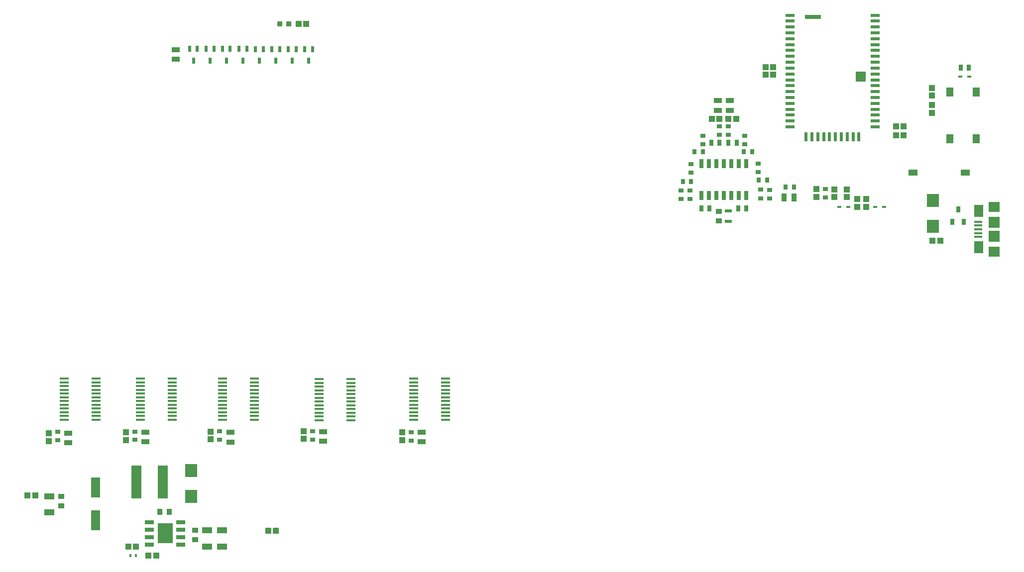
<source format=gbr>
%TF.GenerationSoftware,KiCad,Pcbnew,8.0.8*%
%TF.CreationDate,2025-05-17T22:16:50-04:00*%
%TF.ProjectId,control board,636f6e74-726f-46c2-9062-6f6172642e6b,rev?*%
%TF.SameCoordinates,Original*%
%TF.FileFunction,Paste,Top*%
%TF.FilePolarity,Positive*%
%FSLAX46Y46*%
G04 Gerber Fmt 4.6, Leading zero omitted, Abs format (unit mm)*
G04 Created by KiCad (PCBNEW 8.0.8) date 2025-05-17 22:16:50*
%MOMM*%
%LPD*%
G01*
G04 APERTURE LIST*
%ADD10R,0.900000X0.650000*%
%ADD11R,1.000000X1.100000*%
%ADD12R,0.640000X0.420000*%
%ADD13R,1.470000X0.970000*%
%ADD14R,0.940000X0.750000*%
%ADD15R,1.100000X1.000000*%
%ADD16R,0.650000X0.900000*%
%ADD17R,1.500000X1.100000*%
%ADD18R,1.500000X0.435000*%
%ADD19R,0.780000X0.980000*%
%ADD20R,1.650000X0.700000*%
%ADD21R,2.600000X3.500000*%
%ADD22R,1.600000X3.500000*%
%ADD23R,0.750000X0.940000*%
%ADD24R,0.500000X1.000000*%
%ADD25R,0.450000X0.600000*%
%ADD26R,2.150000X2.200000*%
%ADD27R,0.650000X1.100000*%
%ADD28R,1.500000X0.600000*%
%ADD29R,0.600000X1.500000*%
%ADD30R,2.790000X0.760000*%
%ADD31R,1.780000X1.780000*%
%ADD32R,1.000000X0.950000*%
%ADD33R,0.950000X1.000000*%
%ADD34R,1.820000X1.070000*%
%ADD35R,1.300000X1.550000*%
%ADD36R,0.650000X1.525000*%
%ADD37R,1.700000X5.700000*%
%ADD38R,1.350000X0.400000*%
%ADD39R,1.600000X2.100000*%
%ADD40R,1.900000X1.800000*%
%ADD41R,1.900000X1.900000*%
%ADD42R,1.250000X0.600000*%
%ADD43R,2.150000X2.250000*%
%ADD44R,0.970000X1.470000*%
%ADD45R,0.950000X0.950000*%
G04 APERTURE END LIST*
D10*
%TO.C,R70*%
X517271400Y-226122500D03*
X517271400Y-227572500D03*
%TD*%
D11*
%TO.C,R29*%
X424130200Y-273026600D03*
X424130200Y-271726600D03*
%TD*%
D10*
%TO.C,R69*%
X505841400Y-226166500D03*
X505841400Y-227616500D03*
%TD*%
D12*
%TO.C,D16*%
X537139400Y-233464300D03*
X538639400Y-233464300D03*
%TD*%
D13*
%TO.C,C68*%
X512445400Y-217053500D03*
X512445400Y-215393500D03*
%TD*%
D14*
%TO.C,C27*%
X458234200Y-273268600D03*
X458234200Y-271868600D03*
%TD*%
D15*
%TO.C,R64*%
X518516000Y-210998000D03*
X519816000Y-210998000D03*
%TD*%
D16*
%TO.C,R68*%
X516255400Y-224053500D03*
X514805400Y-224053500D03*
%TD*%
D15*
%TO.C,R3*%
X411417000Y-291285900D03*
X410117000Y-291285900D03*
%TD*%
D17*
%TO.C,S3*%
X552499400Y-227622300D03*
X543599400Y-227622300D03*
%TD*%
D14*
%TO.C,C40*%
X411244200Y-273138600D03*
X411244200Y-271738600D03*
%TD*%
D13*
%TO.C,C44*%
X418187000Y-208348800D03*
X418187000Y-206688800D03*
%TD*%
D18*
%TO.C,IC13*%
X447980200Y-269772600D03*
X447980200Y-269138600D03*
X447980200Y-268502600D03*
X447980200Y-267868600D03*
X447980200Y-267232600D03*
X447980200Y-266598600D03*
X447980200Y-265962600D03*
X447980200Y-265328600D03*
X447980200Y-264692600D03*
X447980200Y-264058600D03*
X447980200Y-263422600D03*
X447980200Y-262788600D03*
X442580200Y-262788600D03*
X442580200Y-263422600D03*
X442580200Y-264058600D03*
X442580200Y-264692600D03*
X442580200Y-265328600D03*
X442580200Y-265962600D03*
X442580200Y-266598600D03*
X442580200Y-267232600D03*
X442580200Y-267868600D03*
X442580200Y-268502600D03*
X442580200Y-269138600D03*
X442580200Y-269772600D03*
%TD*%
D19*
%TO.C,C76*%
X515239400Y-233749500D03*
X513839400Y-233749500D03*
%TD*%
D13*
%TO.C,C67*%
X510413400Y-217053500D03*
X510413400Y-215393500D03*
%TD*%
D15*
%TO.C,R31*%
X439049800Y-202336600D03*
X440349800Y-202336600D03*
%TD*%
D10*
%TO.C,R65*%
X507873400Y-222790500D03*
X507873400Y-221340500D03*
%TD*%
D20*
%TO.C,IC1*%
X413687000Y-287159900D03*
X413687000Y-288429900D03*
X413687000Y-289699900D03*
X413687000Y-290969900D03*
X419037000Y-290969900D03*
X419037000Y-289699900D03*
X419037000Y-288429900D03*
X419037000Y-287159900D03*
D21*
X416362000Y-289064900D03*
%TD*%
D22*
%TO.C,C7*%
X404559000Y-281228900D03*
X404559000Y-286828900D03*
%TD*%
D13*
%TO.C,C42*%
X427500200Y-273528600D03*
X427500200Y-271868600D03*
%TD*%
D15*
%TO.C,R2*%
X414861000Y-292809900D03*
X413561000Y-292809900D03*
%TD*%
D10*
%TO.C,R71*%
X504114200Y-230721100D03*
X504114200Y-232171100D03*
%TD*%
D11*
%TO.C,R73*%
X532301400Y-230528300D03*
X532301400Y-231828300D03*
%TD*%
D23*
%TO.C,C74*%
X517333400Y-228923500D03*
X518733400Y-228923500D03*
%TD*%
D18*
%TO.C,IC16*%
X417594200Y-269708600D03*
X417594200Y-269074600D03*
X417594200Y-268438600D03*
X417594200Y-267804600D03*
X417594200Y-267168600D03*
X417594200Y-266534600D03*
X417594200Y-265898600D03*
X417594200Y-265264600D03*
X417594200Y-264628600D03*
X417594200Y-263994600D03*
X417594200Y-263358600D03*
X417594200Y-262724600D03*
X412194200Y-262724600D03*
X412194200Y-263358600D03*
X412194200Y-263994600D03*
X412194200Y-264628600D03*
X412194200Y-265264600D03*
X412194200Y-265898600D03*
X412194200Y-266534600D03*
X412194200Y-267168600D03*
X412194200Y-267804600D03*
X412194200Y-268438600D03*
X412194200Y-269074600D03*
X412194200Y-269708600D03*
%TD*%
D24*
%TO.C,Q11*%
X438649000Y-206618800D03*
X437349000Y-206618800D03*
X437999000Y-208618800D03*
%TD*%
D15*
%TO.C,R63*%
X518516000Y-209728000D03*
X519816000Y-209728000D03*
%TD*%
D25*
%TO.C,C6*%
X411417000Y-292809900D03*
X410467000Y-292809900D03*
%TD*%
D24*
%TO.C,Q8*%
X430267000Y-206586800D03*
X428967000Y-206586800D03*
X429617000Y-208586800D03*
%TD*%
D26*
%TO.C,D1*%
X420815000Y-282755900D03*
X420815000Y-278355900D03*
%TD*%
D19*
%TO.C,C70*%
X513591400Y-222573500D03*
X512191400Y-222573500D03*
%TD*%
D15*
%TO.C,R80*%
X546887800Y-239255500D03*
X548187800Y-239255500D03*
%TD*%
D27*
%TO.C,D15*%
X550272400Y-236004300D03*
X552192400Y-236004300D03*
X551232400Y-233904300D03*
%TD*%
D24*
%TO.C,Q6*%
X424679000Y-206586800D03*
X423379000Y-206586800D03*
X424029000Y-208586800D03*
%TD*%
D28*
%TO.C,IC21*%
X522621500Y-200854000D03*
X522621500Y-201854000D03*
X522621500Y-202854000D03*
X522621500Y-203854000D03*
X522621500Y-204854000D03*
X522621500Y-205854000D03*
X522621500Y-206854000D03*
X522621500Y-207854000D03*
X522621500Y-208854000D03*
X522621500Y-209854000D03*
X522621500Y-210854000D03*
X522621500Y-211854000D03*
X522621500Y-212854000D03*
X522621500Y-213854000D03*
X522621500Y-214854000D03*
X522621500Y-215854000D03*
X522621500Y-216854000D03*
X522621500Y-217854000D03*
X522621500Y-218854000D03*
X522621500Y-219854000D03*
D29*
X525371500Y-221504000D03*
X526371500Y-221504000D03*
X527371500Y-221504000D03*
X528371500Y-221504000D03*
X529371500Y-221504000D03*
X530371500Y-221504000D03*
X531371500Y-221504000D03*
X532371500Y-221504000D03*
X533371500Y-221504000D03*
X534371500Y-221504000D03*
D28*
X537121500Y-219854000D03*
X537121500Y-218854000D03*
X537121500Y-217854000D03*
X537121500Y-216854000D03*
X537121500Y-215854000D03*
X537121500Y-214854000D03*
X537121500Y-213854000D03*
X537121500Y-212854000D03*
X537121500Y-211854000D03*
X537121500Y-210854000D03*
X537121500Y-209854000D03*
X537121500Y-208854000D03*
X537121500Y-207854000D03*
X537121500Y-206854000D03*
X537121500Y-205854000D03*
X537121500Y-204854000D03*
X537121500Y-203854000D03*
X537121500Y-202854000D03*
X537121500Y-201854000D03*
X537121500Y-200854000D03*
D30*
X526581500Y-201174000D03*
D31*
X534641500Y-211284000D03*
%TD*%
D32*
%TO.C,C4*%
X421442000Y-288518900D03*
X421442000Y-290118900D03*
%TD*%
D24*
%TO.C,Q5*%
X421855000Y-206586800D03*
X420555000Y-206586800D03*
X421205000Y-208586800D03*
%TD*%
D11*
%TO.C,R26*%
X396562200Y-273333600D03*
X396562200Y-272033600D03*
%TD*%
D19*
%TO.C,C71*%
X509267400Y-222573500D03*
X510667400Y-222573500D03*
%TD*%
D14*
%TO.C,C41*%
X425654200Y-273076600D03*
X425654200Y-271676600D03*
%TD*%
D19*
%TO.C,C69*%
X553067400Y-209812300D03*
X551667400Y-209812300D03*
%TD*%
D11*
%TO.C,R60*%
X546779400Y-213226300D03*
X546779400Y-214526300D03*
%TD*%
D33*
%TO.C,C5*%
X417043000Y-285381900D03*
X415443000Y-285381900D03*
%TD*%
D14*
%TO.C,C72*%
X528650600Y-231878300D03*
X528650600Y-230478300D03*
%TD*%
D15*
%TO.C,R55*%
X510667400Y-218509500D03*
X509367400Y-218509500D03*
%TD*%
D11*
%TO.C,R27*%
X439946200Y-272964600D03*
X439946200Y-271664600D03*
%TD*%
%TO.C,R59*%
X546779400Y-216162300D03*
X546779400Y-217462300D03*
%TD*%
D15*
%TO.C,R76*%
X540685600Y-221272300D03*
X541985600Y-221272300D03*
%TD*%
D24*
%TO.C,Q7*%
X427443000Y-206586800D03*
X426143000Y-206586800D03*
X426793000Y-208586800D03*
%TD*%
D18*
%TO.C,IC12*%
X464076200Y-269708600D03*
X464076200Y-269074600D03*
X464076200Y-268438600D03*
X464076200Y-267804600D03*
X464076200Y-267168600D03*
X464076200Y-266534600D03*
X464076200Y-265898600D03*
X464076200Y-265264600D03*
X464076200Y-264628600D03*
X464076200Y-263994600D03*
X464076200Y-263358600D03*
X464076200Y-262724600D03*
X458676200Y-262724600D03*
X458676200Y-263358600D03*
X458676200Y-263994600D03*
X458676200Y-264628600D03*
X458676200Y-265264600D03*
X458676200Y-265898600D03*
X458676200Y-266534600D03*
X458676200Y-267168600D03*
X458676200Y-267804600D03*
X458676200Y-268438600D03*
X458676200Y-269074600D03*
X458676200Y-269708600D03*
%TD*%
D34*
%TO.C,C3*%
X423474000Y-288556900D03*
X423474000Y-291316900D03*
%TD*%
D11*
%TO.C,R28*%
X409720200Y-273168600D03*
X409720200Y-271868600D03*
%TD*%
D32*
%TO.C,C77*%
X510515000Y-234253500D03*
X510515000Y-235853500D03*
%TD*%
D11*
%TO.C,R61*%
X527177400Y-231777500D03*
X527177400Y-230477500D03*
%TD*%
D35*
%TO.C,S4*%
X549863400Y-221915300D03*
X554363400Y-221915300D03*
X549863400Y-213965300D03*
X554363400Y-213965300D03*
%TD*%
D19*
%TO.C,C75*%
X507579800Y-233749500D03*
X508979800Y-233749500D03*
%TD*%
D23*
%TO.C,C80*%
X521905400Y-230060700D03*
X523305400Y-230060700D03*
%TD*%
D13*
%TO.C,C38*%
X413022200Y-273460600D03*
X413022200Y-271800600D03*
%TD*%
D15*
%TO.C,R77*%
X540653400Y-219748300D03*
X541953400Y-219748300D03*
%TD*%
%TO.C,R56*%
X512191400Y-218509500D03*
X513491400Y-218509500D03*
%TD*%
D24*
%TO.C,Q9*%
X433061000Y-206602800D03*
X431761000Y-206602800D03*
X432411000Y-208602800D03*
%TD*%
D10*
%TO.C,R57*%
X510667400Y-219779500D03*
X510667400Y-221229500D03*
%TD*%
%TO.C,R74*%
X505638200Y-230721100D03*
X505638200Y-232171100D03*
%TD*%
D13*
%TO.C,C28*%
X460012200Y-273460600D03*
X460012200Y-271800600D03*
%TD*%
D11*
%TO.C,R79*%
X535603400Y-233464300D03*
X535603400Y-232164300D03*
%TD*%
D16*
%TO.C,R67*%
X506423400Y-224053500D03*
X507873400Y-224053500D03*
%TD*%
D34*
%TO.C,C2*%
X426014000Y-288556900D03*
X426014000Y-291316900D03*
%TD*%
D13*
%TO.C,C33*%
X399864200Y-273625600D03*
X399864200Y-271965600D03*
%TD*%
D11*
%TO.C,R25*%
X456710200Y-273168600D03*
X456710200Y-271868600D03*
%TD*%
D24*
%TO.C,Q12*%
X441443000Y-206602800D03*
X440143000Y-206602800D03*
X440793000Y-208602800D03*
%TD*%
D14*
%TO.C,C31*%
X441470200Y-273076600D03*
X441470200Y-271676600D03*
%TD*%
D12*
%TO.C,D13*%
X532543400Y-233464300D03*
X531043400Y-233464300D03*
%TD*%
D10*
%TO.C,R72*%
X519151000Y-230591900D03*
X519151000Y-232041900D03*
%TD*%
D36*
%TO.C,IC22*%
X507619400Y-231553500D03*
X508889400Y-231553500D03*
X510159400Y-231553500D03*
X511429400Y-231553500D03*
X512699400Y-231553500D03*
X513969400Y-231553500D03*
X515239400Y-231553500D03*
X515239400Y-226129500D03*
X513969400Y-226129500D03*
X512699400Y-226129500D03*
X511429400Y-226129500D03*
X510159400Y-226129500D03*
X508889400Y-226129500D03*
X507619400Y-226129500D03*
%TD*%
D13*
%TO.C,C32*%
X443248200Y-273398600D03*
X443248200Y-271738600D03*
%TD*%
D18*
%TO.C,IC15*%
X431564200Y-269708600D03*
X431564200Y-269074600D03*
X431564200Y-268438600D03*
X431564200Y-267804600D03*
X431564200Y-267168600D03*
X431564200Y-266534600D03*
X431564200Y-265898600D03*
X431564200Y-265264600D03*
X431564200Y-264628600D03*
X431564200Y-263994600D03*
X431564200Y-263358600D03*
X431564200Y-262724600D03*
X426164200Y-262724600D03*
X426164200Y-263358600D03*
X426164200Y-263994600D03*
X426164200Y-264628600D03*
X426164200Y-265264600D03*
X426164200Y-265898600D03*
X426164200Y-266534600D03*
X426164200Y-267168600D03*
X426164200Y-267804600D03*
X426164200Y-268438600D03*
X426164200Y-269074600D03*
X426164200Y-269708600D03*
%TD*%
D14*
%TO.C,C35*%
X398086200Y-273179600D03*
X398086200Y-271779600D03*
%TD*%
D37*
%TO.C,L1*%
X415953000Y-280301900D03*
X411453000Y-280301900D03*
%TD*%
D38*
%TO.C,J1*%
X554653400Y-238584300D03*
X554653400Y-237934300D03*
X554653400Y-237284300D03*
X554653400Y-236634300D03*
X554653400Y-235984300D03*
D39*
X554778400Y-240384300D03*
X554778400Y-234184300D03*
D40*
X557328400Y-241084300D03*
D41*
X557328400Y-238484300D03*
X557328400Y-236084300D03*
D40*
X557328400Y-233484300D03*
%TD*%
D11*
%TO.C,R78*%
X534079400Y-233464300D03*
X534079400Y-232164300D03*
%TD*%
D10*
%TO.C,R75*%
X517627000Y-230554900D03*
X517627000Y-232004900D03*
%TD*%
D42*
%TO.C,C78*%
X512140600Y-234153500D03*
X512140600Y-235953500D03*
%TD*%
D43*
%TO.C,D14*%
X546914400Y-236766300D03*
X546914400Y-232366300D03*
%TD*%
D15*
%TO.C,R4*%
X394287000Y-282587900D03*
X392987000Y-282587900D03*
%TD*%
D10*
%TO.C,R58*%
X512191400Y-219779500D03*
X512191400Y-221229500D03*
%TD*%
D24*
%TO.C,Q10*%
X435855000Y-206602800D03*
X434555000Y-206602800D03*
X435205000Y-208602800D03*
%TD*%
D10*
%TO.C,R66*%
X514985400Y-222790500D03*
X514985400Y-221340500D03*
%TD*%
D12*
%TO.C,D12*%
X551617400Y-211336300D03*
X553117400Y-211336300D03*
%TD*%
D11*
%TO.C,R62*%
X530225400Y-231828300D03*
X530225400Y-230528300D03*
%TD*%
D34*
%TO.C,C8*%
X396685000Y-282731900D03*
X396685000Y-285491900D03*
%TD*%
D44*
%TO.C,C79*%
X521673800Y-231838700D03*
X523333800Y-231838700D03*
%TD*%
D23*
%TO.C,C73*%
X505841400Y-229177500D03*
X504441400Y-229177500D03*
%TD*%
D32*
%TO.C,C9*%
X398717000Y-282765900D03*
X398717000Y-284365900D03*
%TD*%
D18*
%TO.C,IC14*%
X404640200Y-269708600D03*
X404640200Y-269074600D03*
X404640200Y-268438600D03*
X404640200Y-267804600D03*
X404640200Y-267168600D03*
X404640200Y-266534600D03*
X404640200Y-265898600D03*
X404640200Y-265264600D03*
X404640200Y-264628600D03*
X404640200Y-263994600D03*
X404640200Y-263358600D03*
X404640200Y-262724600D03*
X399240200Y-262724600D03*
X399240200Y-263358600D03*
X399240200Y-263994600D03*
X399240200Y-264628600D03*
X399240200Y-265264600D03*
X399240200Y-265898600D03*
X399240200Y-266534600D03*
X399240200Y-267168600D03*
X399240200Y-267804600D03*
X399240200Y-268438600D03*
X399240200Y-269074600D03*
X399240200Y-269708600D03*
%TD*%
D15*
%TO.C,R1*%
X435219000Y-288569600D03*
X433919000Y-288569600D03*
%TD*%
D45*
%TO.C,LED5*%
X435889800Y-202336600D03*
X437389800Y-202336600D03*
%TD*%
M02*

</source>
